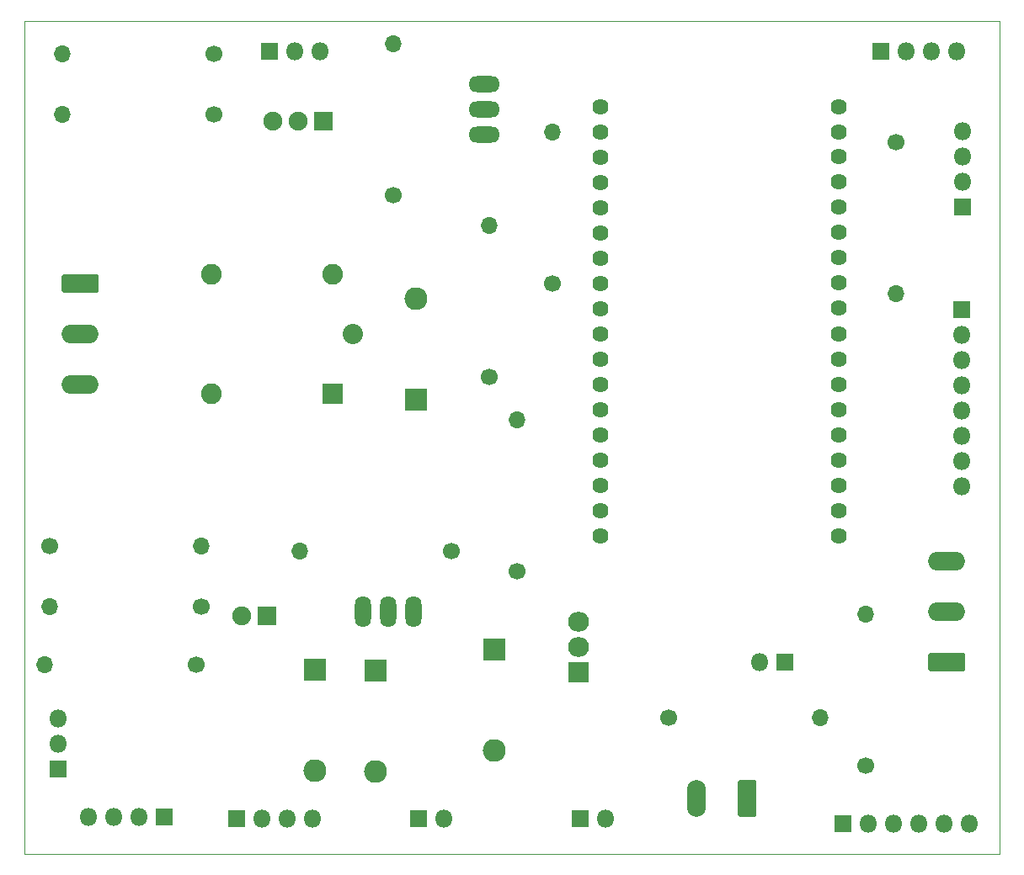
<source format=gbr>
%TF.GenerationSoftware,KiCad,Pcbnew,5.1.5+dfsg1-2build2*%
%TF.CreationDate,2020-10-22T23:20:21-04:00*%
%TF.ProjectId,Projeto_placa,50726f6a-6574-46f5-9f70-6c6163612e6b,rev?*%
%TF.SameCoordinates,Original*%
%TF.FileFunction,Soldermask,Bot*%
%TF.FilePolarity,Negative*%
%FSLAX46Y46*%
G04 Gerber Fmt 4.6, Leading zero omitted, Abs format (unit mm)*
G04 Created by KiCad (PCBNEW 5.1.5+dfsg1-2build2) date 2020-10-22 23:20:21*
%MOMM*%
%LPD*%
G04 APERTURE LIST*
%TA.AperFunction,Profile*%
%ADD10C,0.050000*%
%TD*%
%ADD11O,1.800000X1.800000*%
%ADD12R,1.800000X1.800000*%
%ADD13C,1.900000*%
%ADD14R,1.900000X1.900000*%
%ADD15O,2.300000X2.300000*%
%ADD16R,2.300000X2.300000*%
%ADD17O,1.900000X3.700000*%
%ADD18C,0.100000*%
%ADD19O,3.700000X1.900000*%
%ADD20O,1.700000X1.700000*%
%ADD21C,1.700000*%
%ADD22O,1.900000X1.900000*%
%ADD23O,2.100000X2.005000*%
%ADD24R,2.100000X2.005000*%
%ADD25C,1.624000*%
%ADD26C,2.080000*%
%ADD27C,2.035000*%
%ADD28R,2.080000X2.080000*%
%ADD29O,1.624000X3.148000*%
%ADD30O,3.148000X1.624000*%
G04 APERTURE END LIST*
D10*
X72644000Y-29464000D02*
X72644000Y-113284000D01*
X170688000Y-29464000D02*
X72644000Y-29464000D01*
X170688000Y-113284000D02*
X170688000Y-29464000D01*
X72644000Y-113284000D02*
X170688000Y-113284000D01*
D11*
%TO.C,J9*%
X166852600Y-76276200D03*
X166852600Y-73736200D03*
X166852600Y-71196200D03*
X166852600Y-68656200D03*
X166852600Y-66116200D03*
X166852600Y-63576200D03*
X166852600Y-61036200D03*
D12*
X166852600Y-58496200D03*
%TD*%
D13*
%TO.C,D1*%
X94472760Y-89321640D03*
D14*
X97012760Y-89321640D03*
%TD*%
D15*
%TO.C,D2*%
X112014000Y-57404000D03*
D16*
X112014000Y-67564000D03*
%TD*%
D11*
%TO.C,J1*%
X131064000Y-109728000D03*
D12*
X128524000Y-109728000D03*
%TD*%
D11*
%TO.C,J2*%
X102362000Y-32512000D03*
X99822000Y-32512000D03*
D12*
X97282000Y-32512000D03*
%TD*%
D11*
%TO.C,J3*%
X76032360Y-99634040D03*
X76032360Y-102174040D03*
D12*
X76032360Y-104714040D03*
%TD*%
D11*
%TO.C,J4*%
X166370000Y-32512000D03*
X163830000Y-32512000D03*
X161290000Y-32512000D03*
D12*
X158750000Y-32512000D03*
%TD*%
D11*
%TO.C,J5*%
X166941500Y-40589200D03*
X166941500Y-43129200D03*
X166941500Y-45669200D03*
D12*
X166941500Y-48209200D03*
%TD*%
D11*
%TO.C,J6*%
X101600000Y-109728000D03*
X99060000Y-109728000D03*
X96520000Y-109728000D03*
D12*
X93980000Y-109728000D03*
%TD*%
D11*
%TO.C,J7*%
X114808000Y-109728000D03*
D12*
X112268000Y-109728000D03*
%TD*%
D11*
%TO.C,J8*%
X167640000Y-110236000D03*
X165100000Y-110236000D03*
X162560000Y-110236000D03*
X160020000Y-110236000D03*
X157480000Y-110236000D03*
D12*
X154940000Y-110236000D03*
%TD*%
D17*
%TO.C,J10*%
X140208000Y-107696000D03*
D18*
G36*
X145999977Y-105847271D02*
G01*
X146025593Y-105851071D01*
X146050714Y-105857363D01*
X146075097Y-105866087D01*
X146098507Y-105877160D01*
X146120720Y-105890473D01*
X146141520Y-105905900D01*
X146160709Y-105923291D01*
X146178100Y-105942480D01*
X146193527Y-105963280D01*
X146206840Y-105985493D01*
X146217913Y-106008903D01*
X146226637Y-106033286D01*
X146232929Y-106058407D01*
X146236729Y-106084023D01*
X146238000Y-106109889D01*
X146238000Y-109282111D01*
X146236729Y-109307977D01*
X146232929Y-109333593D01*
X146226637Y-109358714D01*
X146217913Y-109383097D01*
X146206840Y-109406507D01*
X146193527Y-109428720D01*
X146178100Y-109449520D01*
X146160709Y-109468709D01*
X146141520Y-109486100D01*
X146120720Y-109501527D01*
X146098507Y-109514840D01*
X146075097Y-109525913D01*
X146050714Y-109534637D01*
X146025593Y-109540929D01*
X145999977Y-109544729D01*
X145974111Y-109546000D01*
X144601889Y-109546000D01*
X144576023Y-109544729D01*
X144550407Y-109540929D01*
X144525286Y-109534637D01*
X144500903Y-109525913D01*
X144477493Y-109514840D01*
X144455280Y-109501527D01*
X144434480Y-109486100D01*
X144415291Y-109468709D01*
X144397900Y-109449520D01*
X144382473Y-109428720D01*
X144369160Y-109406507D01*
X144358087Y-109383097D01*
X144349363Y-109358714D01*
X144343071Y-109333593D01*
X144339271Y-109307977D01*
X144338000Y-109282111D01*
X144338000Y-106109889D01*
X144339271Y-106084023D01*
X144343071Y-106058407D01*
X144349363Y-106033286D01*
X144358087Y-106008903D01*
X144369160Y-105985493D01*
X144382473Y-105963280D01*
X144397900Y-105942480D01*
X144415291Y-105923291D01*
X144434480Y-105905900D01*
X144455280Y-105890473D01*
X144477493Y-105877160D01*
X144500903Y-105866087D01*
X144525286Y-105857363D01*
X144550407Y-105851071D01*
X144576023Y-105847271D01*
X144601889Y-105846000D01*
X145974111Y-105846000D01*
X145999977Y-105847271D01*
G37*
%TD*%
D19*
%TO.C,J11*%
X165354000Y-83820000D03*
X165354000Y-88900000D03*
D18*
G36*
X166965977Y-93031271D02*
G01*
X166991593Y-93035071D01*
X167016714Y-93041363D01*
X167041097Y-93050087D01*
X167064507Y-93061160D01*
X167086720Y-93074473D01*
X167107520Y-93089900D01*
X167126709Y-93107291D01*
X167144100Y-93126480D01*
X167159527Y-93147280D01*
X167172840Y-93169493D01*
X167183913Y-93192903D01*
X167192637Y-93217286D01*
X167198929Y-93242407D01*
X167202729Y-93268023D01*
X167204000Y-93293889D01*
X167204000Y-94666111D01*
X167202729Y-94691977D01*
X167198929Y-94717593D01*
X167192637Y-94742714D01*
X167183913Y-94767097D01*
X167172840Y-94790507D01*
X167159527Y-94812720D01*
X167144100Y-94833520D01*
X167126709Y-94852709D01*
X167107520Y-94870100D01*
X167086720Y-94885527D01*
X167064507Y-94898840D01*
X167041097Y-94909913D01*
X167016714Y-94918637D01*
X166991593Y-94924929D01*
X166965977Y-94928729D01*
X166940111Y-94930000D01*
X163767889Y-94930000D01*
X163742023Y-94928729D01*
X163716407Y-94924929D01*
X163691286Y-94918637D01*
X163666903Y-94909913D01*
X163643493Y-94898840D01*
X163621280Y-94885527D01*
X163600480Y-94870100D01*
X163581291Y-94852709D01*
X163563900Y-94833520D01*
X163548473Y-94812720D01*
X163535160Y-94790507D01*
X163524087Y-94767097D01*
X163515363Y-94742714D01*
X163509071Y-94717593D01*
X163505271Y-94691977D01*
X163504000Y-94666111D01*
X163504000Y-93293889D01*
X163505271Y-93268023D01*
X163509071Y-93242407D01*
X163515363Y-93217286D01*
X163524087Y-93192903D01*
X163535160Y-93169493D01*
X163548473Y-93147280D01*
X163563900Y-93126480D01*
X163581291Y-93107291D01*
X163600480Y-93089900D01*
X163621280Y-93074473D01*
X163643493Y-93061160D01*
X163666903Y-93050087D01*
X163691286Y-93041363D01*
X163716407Y-93035071D01*
X163742023Y-93031271D01*
X163767889Y-93030000D01*
X166940111Y-93030000D01*
X166965977Y-93031271D01*
G37*
%TD*%
D11*
%TO.C,J12*%
X146558000Y-93980000D03*
D12*
X149098000Y-93980000D03*
%TD*%
D19*
%TO.C,J13*%
X78232000Y-66040000D03*
X78232000Y-60960000D03*
D18*
G36*
X79843977Y-54931271D02*
G01*
X79869593Y-54935071D01*
X79894714Y-54941363D01*
X79919097Y-54950087D01*
X79942507Y-54961160D01*
X79964720Y-54974473D01*
X79985520Y-54989900D01*
X80004709Y-55007291D01*
X80022100Y-55026480D01*
X80037527Y-55047280D01*
X80050840Y-55069493D01*
X80061913Y-55092903D01*
X80070637Y-55117286D01*
X80076929Y-55142407D01*
X80080729Y-55168023D01*
X80082000Y-55193889D01*
X80082000Y-56566111D01*
X80080729Y-56591977D01*
X80076929Y-56617593D01*
X80070637Y-56642714D01*
X80061913Y-56667097D01*
X80050840Y-56690507D01*
X80037527Y-56712720D01*
X80022100Y-56733520D01*
X80004709Y-56752709D01*
X79985520Y-56770100D01*
X79964720Y-56785527D01*
X79942507Y-56798840D01*
X79919097Y-56809913D01*
X79894714Y-56818637D01*
X79869593Y-56824929D01*
X79843977Y-56828729D01*
X79818111Y-56830000D01*
X76645889Y-56830000D01*
X76620023Y-56828729D01*
X76594407Y-56824929D01*
X76569286Y-56818637D01*
X76544903Y-56809913D01*
X76521493Y-56798840D01*
X76499280Y-56785527D01*
X76478480Y-56770100D01*
X76459291Y-56752709D01*
X76441900Y-56733520D01*
X76426473Y-56712720D01*
X76413160Y-56690507D01*
X76402087Y-56667097D01*
X76393363Y-56642714D01*
X76387071Y-56617593D01*
X76383271Y-56591977D01*
X76382000Y-56566111D01*
X76382000Y-55193889D01*
X76383271Y-55168023D01*
X76387071Y-55142407D01*
X76393363Y-55117286D01*
X76402087Y-55092903D01*
X76413160Y-55069493D01*
X76426473Y-55047280D01*
X76441900Y-55026480D01*
X76459291Y-55007291D01*
X76478480Y-54989900D01*
X76499280Y-54974473D01*
X76521493Y-54961160D01*
X76544903Y-54950087D01*
X76569286Y-54941363D01*
X76594407Y-54935071D01*
X76620023Y-54931271D01*
X76645889Y-54930000D01*
X79818111Y-54930000D01*
X79843977Y-54931271D01*
G37*
%TD*%
D20*
%TO.C,R1*%
X157226000Y-89154000D03*
D21*
X157226000Y-104394000D03*
%TD*%
D20*
%TO.C,R2*%
X152654000Y-99568000D03*
D21*
X137414000Y-99568000D03*
%TD*%
D20*
%TO.C,R3*%
X90424000Y-82296000D03*
D21*
X75184000Y-82296000D03*
%TD*%
D20*
%TO.C,R4*%
X109728000Y-31750000D03*
D21*
X109728000Y-46990000D03*
%TD*%
D20*
%TO.C,R5*%
X100330000Y-82804000D03*
D21*
X115570000Y-82804000D03*
%TD*%
D20*
%TO.C,R6*%
X74676000Y-94234000D03*
D21*
X89916000Y-94234000D03*
%TD*%
D20*
%TO.C,R7*%
X75184000Y-88392000D03*
D21*
X90424000Y-88392000D03*
%TD*%
D20*
%TO.C,R8*%
X76454000Y-38862000D03*
D21*
X91694000Y-38862000D03*
%TD*%
D20*
%TO.C,R9*%
X76454000Y-32766000D03*
D21*
X91694000Y-32766000D03*
%TD*%
D20*
%TO.C,R11*%
X122174000Y-69596000D03*
D21*
X122174000Y-84836000D03*
%TD*%
D20*
%TO.C,R12*%
X119380000Y-50038000D03*
D21*
X119380000Y-65278000D03*
%TD*%
D20*
%TO.C,R13*%
X160274000Y-56896000D03*
D21*
X160274000Y-41656000D03*
%TD*%
D20*
%TO.C,R14*%
X125730000Y-40640000D03*
D21*
X125730000Y-55880000D03*
%TD*%
D22*
%TO.C,Q2*%
X97586800Y-39585900D03*
X100126800Y-39585900D03*
D14*
X102666800Y-39585900D03*
%TD*%
D15*
%TO.C,D3*%
X119837200Y-102880160D03*
D16*
X119837200Y-92720160D03*
%TD*%
D15*
%TO.C,D4*%
X107929680Y-104988360D03*
D16*
X107929680Y-94828360D03*
%TD*%
D15*
%TO.C,D5*%
X101833680Y-104866440D03*
D16*
X101833680Y-94706440D03*
%TD*%
D11*
%TO.C,J14*%
X79049880Y-109540040D03*
X81589880Y-109540040D03*
X84129880Y-109540040D03*
D12*
X86669880Y-109540040D03*
%TD*%
D23*
%TO.C,U2*%
X128336040Y-89910920D03*
X128336040Y-92450920D03*
D24*
X128336040Y-94990920D03*
%TD*%
D25*
%TO.C,U1*%
X154495500Y-38100000D03*
X154495500Y-40640000D03*
X154495500Y-43116500D03*
X154495500Y-45656500D03*
X154495500Y-48196500D03*
X154495500Y-50736500D03*
X154495500Y-53276500D03*
X154495500Y-55816500D03*
X154495500Y-58356500D03*
X154495500Y-60960000D03*
X154495500Y-63500000D03*
X154495500Y-66040000D03*
X154495500Y-68580000D03*
X154495500Y-71120000D03*
X154495500Y-73660000D03*
X154495500Y-76200000D03*
X154495500Y-78740000D03*
X154495500Y-81280000D03*
X130556000Y-81280000D03*
X130556000Y-78740000D03*
X130556000Y-76200000D03*
X130556000Y-73660000D03*
X130556000Y-71120000D03*
X130556000Y-68580000D03*
X130556000Y-66040000D03*
X130556000Y-63500000D03*
X130556000Y-60960000D03*
X130556000Y-58420000D03*
X130556000Y-55880000D03*
X130556000Y-53340000D03*
X130556000Y-50800000D03*
X130556000Y-48260000D03*
X130556000Y-45720000D03*
X130556000Y-43180000D03*
X130556000Y-40640000D03*
X130556000Y-38100000D03*
%TD*%
D26*
%TO.C,K1*%
X91436000Y-66960000D03*
X91436000Y-54960000D03*
X103636000Y-54960000D03*
D27*
X105636000Y-60960000D03*
D28*
X103636000Y-66960000D03*
%TD*%
D29*
%TO.C,Q1*%
X111760000Y-88900000D03*
X109220000Y-88900000D03*
X106680000Y-88900000D03*
%TD*%
D30*
%TO.C,Q3*%
X118872000Y-35814000D03*
X118872000Y-38354000D03*
X118872000Y-40894000D03*
%TD*%
M02*

</source>
